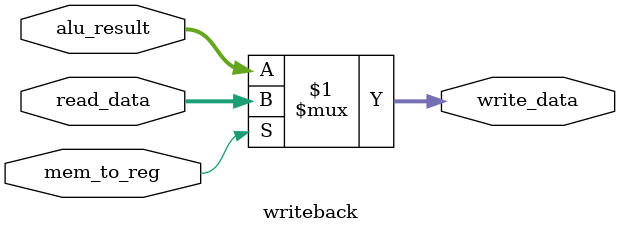
<source format=v>
module writeback(
    input [31:0] alu_result,
    input [31:0] read_data,
    input mem_to_reg,
    output [31:0] write_data
    );

    assign write_data = (mem_to_reg)?read_data:alu_result;
    
endmodule
</source>
